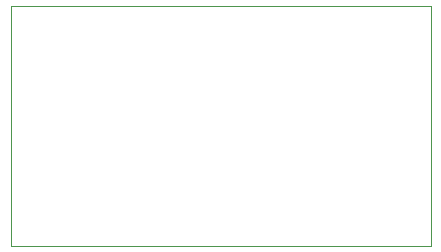
<source format=gm1>
G04 #@! TF.GenerationSoftware,KiCad,Pcbnew,6.0.0-rc1-unknown-a6325aa~66~ubuntu18.04.1*
G04 #@! TF.CreationDate,2018-09-11T11:38:00+02:00*
G04 #@! TF.ProjectId,STM32_Sensor,53544D33325F53656E736F722E6B6963,rev?*
G04 #@! TF.SameCoordinates,Original*
G04 #@! TF.FileFunction,Profile,NP*
%FSLAX46Y46*%
G04 Gerber Fmt 4.6, Leading zero omitted, Abs format (unit mm)*
G04 Created by KiCad (PCBNEW 6.0.0-rc1-unknown-a6325aa~66~ubuntu18.04.1) date Tue Sep 11 11:38:00 2018*
%MOMM*%
%LPD*%
G01*
G04 APERTURE LIST*
%ADD10C,0.001000*%
G04 APERTURE END LIST*
D10*
X126890000Y-90420000D02*
X126890000Y-110740000D01*
X162450000Y-110740000D02*
X126890000Y-110740000D01*
X162450000Y-90420000D02*
X162450000Y-110740000D01*
X126890000Y-90420000D02*
X162450000Y-90420000D01*
M02*

</source>
